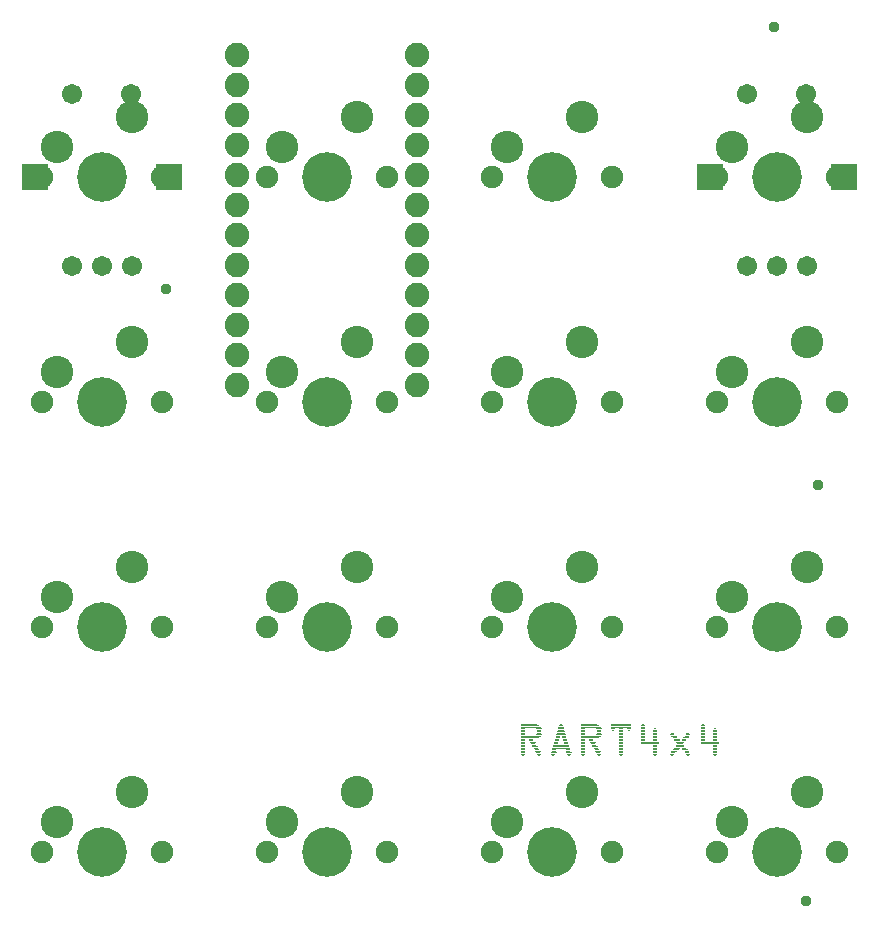
<source format=gbr>
G04 EAGLE Gerber RS-274X export*
G75*
%MOMM*%
%FSLAX34Y34*%
%LPD*%
%INSoldermask Top*%
%IPPOS*%
%AMOC8*
5,1,8,0,0,1.08239X$1,22.5*%
G01*
%ADD10R,0.167637X0.084581*%
%ADD11R,0.170181X0.084581*%
%ADD12R,0.340363X0.084581*%
%ADD13R,0.337819X0.084581*%
%ADD14R,0.340363X0.084838*%
%ADD15R,0.337819X0.084838*%
%ADD16R,0.424181X0.084838*%
%ADD17R,0.424181X0.084581*%
%ADD18R,0.421637X0.084581*%
%ADD19R,0.421637X0.084838*%
%ADD20R,1.524000X0.084581*%
%ADD21R,1.353819X0.084838*%
%ADD22R,0.845819X0.084838*%
%ADD23R,1.353819X0.084581*%
%ADD24R,0.678181X0.084581*%
%ADD25R,1.440181X0.084838*%
%ADD26R,0.508000X0.084838*%
%ADD27R,0.508000X0.084581*%
%ADD28R,1.356363X0.084838*%
%ADD29R,1.610363X0.084581*%
%ADD30R,1.610363X0.084838*%
%ADD31R,0.845819X0.084581*%
%ADD32R,0.254000X0.084581*%
%ADD33R,0.678181X0.084838*%
%ADD34R,1.694181X0.084581*%
%ADD35R,1.694181X0.084838*%
%ADD36R,1.356363X0.084581*%
%ADD37C,2.082800*%
%ADD38C,4.203200*%
%ADD39C,1.903200*%
%ADD40C,2.743200*%
%ADD41C,1.711200*%
%ADD42R,2.303200X2.303200*%
%ADD43C,0.959600*%


D10*
X547315Y271753D03*
D11*
X560866Y271753D03*
D10*
X572715Y271753D03*
D11*
X586266Y271753D03*
D10*
X598115Y271753D03*
D11*
X611666Y271753D03*
X630285Y271753D03*
D10*
X659075Y271753D03*
D11*
X673465Y271753D03*
D10*
X687015Y271753D03*
X709875Y271753D03*
D12*
X547315Y272599D03*
D13*
X560866Y272599D03*
D12*
X572715Y272599D03*
D13*
X586266Y272599D03*
D12*
X598115Y272599D03*
D13*
X611666Y272599D03*
X630285Y272599D03*
D12*
X659075Y272599D03*
D13*
X673465Y272599D03*
D12*
X687015Y272599D03*
X709875Y272599D03*
D14*
X547315Y273446D03*
D15*
X560866Y273446D03*
D14*
X572715Y273446D03*
D15*
X586266Y273446D03*
D14*
X598115Y273446D03*
D15*
X611666Y273446D03*
X630285Y273446D03*
D14*
X659075Y273446D03*
D16*
X673896Y273446D03*
X686596Y273446D03*
D14*
X709875Y273446D03*
D12*
X547315Y274293D03*
X560015Y274293D03*
D17*
X573135Y274293D03*
X585835Y274293D03*
D12*
X598115Y274293D03*
X610815Y274293D03*
D13*
X630285Y274293D03*
D12*
X659075Y274293D03*
X674315Y274293D03*
D13*
X686165Y274293D03*
D12*
X709875Y274293D03*
X547315Y275139D03*
D17*
X559596Y275139D03*
D13*
X573566Y275139D03*
D12*
X585415Y275139D03*
X598115Y275139D03*
D17*
X610396Y275139D03*
D13*
X630285Y275139D03*
D12*
X659075Y275139D03*
D17*
X674735Y275139D03*
D18*
X685745Y275139D03*
D12*
X709875Y275139D03*
D14*
X547315Y275986D03*
D15*
X559165Y275986D03*
X573566Y275986D03*
D14*
X585415Y275986D03*
X598115Y275986D03*
D15*
X609965Y275986D03*
X630285Y275986D03*
D14*
X659075Y275986D03*
D19*
X675585Y275986D03*
D16*
X684895Y275986D03*
D14*
X709875Y275986D03*
D12*
X547315Y276833D03*
D18*
X558745Y276833D03*
D13*
X573566Y276833D03*
D12*
X585415Y276833D03*
X598115Y276833D03*
D18*
X609545Y276833D03*
D13*
X630285Y276833D03*
D12*
X659075Y276833D03*
D17*
X676436Y276833D03*
X684056Y276833D03*
D12*
X709875Y276833D03*
X547315Y277679D03*
D13*
X558326Y277679D03*
D20*
X579497Y277679D03*
D12*
X598115Y277679D03*
D13*
X609126Y277679D03*
X630285Y277679D03*
D12*
X659075Y277679D03*
D17*
X677275Y277679D03*
D18*
X683205Y277679D03*
D12*
X709875Y277679D03*
D14*
X547315Y278526D03*
D16*
X557895Y278526D03*
D21*
X579485Y278526D03*
D14*
X598115Y278526D03*
D16*
X608695Y278526D03*
D15*
X630285Y278526D03*
D14*
X659075Y278526D03*
D22*
X680246Y278526D03*
D14*
X709875Y278526D03*
D12*
X547315Y279373D03*
D17*
X557056Y279373D03*
D23*
X579485Y279373D03*
D12*
X598115Y279373D03*
D17*
X607856Y279373D03*
D13*
X630285Y279373D03*
D12*
X659075Y279373D03*
D24*
X680246Y279373D03*
D12*
X709875Y279373D03*
X547315Y280219D03*
D13*
X556625Y280219D03*
D23*
X579485Y280219D03*
D12*
X598115Y280219D03*
D13*
X607425Y280219D03*
X630285Y280219D03*
D12*
X659075Y280219D03*
D24*
X680246Y280219D03*
D12*
X709875Y280219D03*
D14*
X547315Y281066D03*
D19*
X556205Y281066D03*
D14*
X575255Y281066D03*
D15*
X583726Y281066D03*
D14*
X598115Y281066D03*
D19*
X607005Y281066D03*
D15*
X630285Y281066D03*
D25*
X654415Y281066D03*
D26*
X680234Y281066D03*
D25*
X705215Y281066D03*
D12*
X547315Y281913D03*
D13*
X555786Y281913D03*
D12*
X575255Y281913D03*
D13*
X583726Y281913D03*
D12*
X598115Y281913D03*
D13*
X606586Y281913D03*
X630285Y281913D03*
D20*
X654834Y281913D03*
D27*
X680234Y281913D03*
D20*
X705634Y281913D03*
D12*
X547315Y282759D03*
D17*
X555355Y282759D03*
D12*
X575255Y282759D03*
D13*
X583726Y282759D03*
D12*
X598115Y282759D03*
D17*
X606155Y282759D03*
D13*
X630285Y282759D03*
D20*
X654834Y282759D03*
D24*
X680246Y282759D03*
D20*
X705634Y282759D03*
D14*
X547315Y283606D03*
D16*
X554516Y283606D03*
X575675Y283606D03*
X583295Y283606D03*
D14*
X598115Y283606D03*
D16*
X605316Y283606D03*
D15*
X630285Y283606D03*
D25*
X654415Y283606D03*
D22*
X680246Y283606D03*
D25*
X705215Y283606D03*
D12*
X547315Y284453D03*
D13*
X554085Y284453D03*
X576106Y284453D03*
D12*
X582875Y284453D03*
X598115Y284453D03*
D13*
X604885Y284453D03*
X630285Y284453D03*
D12*
X648915Y284453D03*
X659075Y284453D03*
D17*
X677275Y284453D03*
D18*
X683205Y284453D03*
D12*
X699715Y284453D03*
X709875Y284453D03*
X547315Y285299D03*
D18*
X553665Y285299D03*
D13*
X576106Y285299D03*
D12*
X582875Y285299D03*
X598115Y285299D03*
D18*
X604465Y285299D03*
D13*
X630285Y285299D03*
D12*
X648915Y285299D03*
X659075Y285299D03*
D17*
X677275Y285299D03*
D18*
X683205Y285299D03*
D12*
X699715Y285299D03*
X709875Y285299D03*
D28*
X552395Y286146D03*
D15*
X576106Y286146D03*
D14*
X582875Y286146D03*
D28*
X603195Y286146D03*
D15*
X630285Y286146D03*
D14*
X648915Y286146D03*
X659075Y286146D03*
D16*
X676436Y286146D03*
X684056Y286146D03*
D14*
X699715Y286146D03*
X709875Y286146D03*
D20*
X553234Y286993D03*
D13*
X576945Y286993D03*
X582025Y286993D03*
D20*
X604034Y286993D03*
D13*
X630285Y286993D03*
D12*
X648915Y286993D03*
X659075Y286993D03*
D18*
X675585Y286993D03*
D17*
X684895Y286993D03*
D12*
X699715Y286993D03*
X709875Y286993D03*
D29*
X553665Y287839D03*
D13*
X576945Y287839D03*
X582025Y287839D03*
D29*
X604465Y287839D03*
D13*
X630285Y287839D03*
D12*
X648915Y287839D03*
X659075Y287839D03*
D17*
X674735Y287839D03*
D18*
X685745Y287839D03*
D12*
X699715Y287839D03*
X709875Y287839D03*
D30*
X553665Y288686D03*
D15*
X576945Y288686D03*
X582025Y288686D03*
D30*
X604465Y288686D03*
D15*
X630285Y288686D03*
D14*
X648915Y288686D03*
X659075Y288686D03*
D16*
X673896Y288686D03*
X686596Y288686D03*
D14*
X699715Y288686D03*
X709875Y288686D03*
D12*
X547315Y289533D03*
D17*
X560435Y289533D03*
D31*
X579485Y289533D03*
D12*
X598115Y289533D03*
D17*
X611235Y289533D03*
D13*
X630285Y289533D03*
D12*
X648915Y289533D03*
X659075Y289533D03*
D13*
X673465Y289533D03*
D12*
X687015Y289533D03*
X699715Y289533D03*
X709875Y289533D03*
X547315Y290379D03*
D13*
X560866Y290379D03*
D24*
X579485Y290379D03*
D12*
X598115Y290379D03*
D13*
X611666Y290379D03*
X630285Y290379D03*
D12*
X648915Y290379D03*
X659075Y290379D03*
D32*
X673884Y290379D03*
X686584Y290379D03*
D12*
X699715Y290379D03*
X709875Y290379D03*
D14*
X547315Y291226D03*
D15*
X560866Y291226D03*
D33*
X579485Y291226D03*
D14*
X598115Y291226D03*
D15*
X611666Y291226D03*
X630285Y291226D03*
D14*
X648915Y291226D03*
X659075Y291226D03*
X699715Y291226D03*
X709875Y291226D03*
D12*
X547315Y292073D03*
D13*
X560866Y292073D03*
D24*
X579485Y292073D03*
D12*
X598115Y292073D03*
D13*
X611666Y292073D03*
X630285Y292073D03*
D12*
X648915Y292073D03*
X659075Y292073D03*
X699715Y292073D03*
X709875Y292073D03*
X547315Y292919D03*
D13*
X560866Y292919D03*
D27*
X579497Y292919D03*
D12*
X598115Y292919D03*
D13*
X611666Y292919D03*
D10*
X623515Y292919D03*
D13*
X630285Y292919D03*
D11*
X637066Y292919D03*
D12*
X648915Y292919D03*
X659075Y292919D03*
X699715Y292919D03*
X709875Y292919D03*
D14*
X547315Y293766D03*
D15*
X560866Y293766D03*
D26*
X579497Y293766D03*
D14*
X598115Y293766D03*
D15*
X611666Y293766D03*
D14*
X623515Y293766D03*
D15*
X630285Y293766D03*
X637066Y293766D03*
D14*
X648915Y293766D03*
X659075Y293766D03*
X699715Y293766D03*
X709875Y293766D03*
D12*
X547315Y294613D03*
D17*
X560435Y294613D03*
D27*
X579497Y294613D03*
D12*
X598115Y294613D03*
D17*
X611235Y294613D03*
D12*
X623515Y294613D03*
D13*
X630285Y294613D03*
X637066Y294613D03*
D12*
X648915Y294613D03*
D10*
X659075Y294613D03*
D12*
X699715Y294613D03*
D10*
X709875Y294613D03*
D29*
X553665Y295459D03*
D27*
X579497Y295459D03*
D29*
X604465Y295459D03*
D34*
X630285Y295459D03*
D12*
X648915Y295459D03*
X699715Y295459D03*
D30*
X553665Y296306D03*
D15*
X579485Y296306D03*
D30*
X604465Y296306D03*
D35*
X630285Y296306D03*
D14*
X648915Y296306D03*
X699715Y296306D03*
D20*
X553234Y297153D03*
D13*
X579485Y297153D03*
D20*
X604034Y297153D03*
D34*
X630285Y297153D03*
D12*
X648915Y297153D03*
X699715Y297153D03*
D36*
X552395Y297999D03*
D11*
X579485Y297999D03*
D36*
X603195Y297999D03*
D34*
X630285Y297999D03*
D10*
X648915Y297999D03*
X699715Y297999D03*
D37*
X457200Y865188D03*
X457200Y839788D03*
X457200Y814388D03*
X457200Y788988D03*
X457200Y763588D03*
X457200Y738188D03*
X457200Y712788D03*
X457200Y687388D03*
X457200Y661988D03*
X457200Y636588D03*
X457200Y611188D03*
X457200Y585788D03*
X304800Y585788D03*
X304800Y611188D03*
X304800Y636588D03*
X304800Y661988D03*
X304800Y687388D03*
X304800Y712788D03*
X304800Y738188D03*
X304800Y763588D03*
X304800Y788988D03*
X304800Y814388D03*
X304800Y839788D03*
X304800Y865188D03*
D38*
X190500Y762000D03*
D39*
X139700Y762000D03*
X241300Y762000D03*
D40*
X152400Y787400D03*
X215900Y812800D03*
D38*
X190500Y571500D03*
D39*
X139700Y571500D03*
X241300Y571500D03*
D40*
X152400Y596900D03*
X215900Y622300D03*
D38*
X190500Y381000D03*
D39*
X139700Y381000D03*
X241300Y381000D03*
D40*
X152400Y406400D03*
X215900Y431800D03*
D38*
X190500Y190500D03*
D39*
X139700Y190500D03*
X241300Y190500D03*
D40*
X152400Y215900D03*
X215900Y241300D03*
D38*
X381000Y762000D03*
D39*
X330200Y762000D03*
X431800Y762000D03*
D40*
X342900Y787400D03*
X406400Y812800D03*
D38*
X381000Y571500D03*
D39*
X330200Y571500D03*
X431800Y571500D03*
D40*
X342900Y596900D03*
X406400Y622300D03*
D38*
X381000Y381000D03*
D39*
X330200Y381000D03*
X431800Y381000D03*
D40*
X342900Y406400D03*
X406400Y431800D03*
D38*
X381000Y190500D03*
D39*
X330200Y190500D03*
X431800Y190500D03*
D40*
X342900Y215900D03*
X406400Y241300D03*
D38*
X571500Y762000D03*
D39*
X520700Y762000D03*
X622300Y762000D03*
D40*
X533400Y787400D03*
X596900Y812800D03*
D38*
X571500Y571500D03*
D39*
X520700Y571500D03*
X622300Y571500D03*
D40*
X533400Y596900D03*
X596900Y622300D03*
D38*
X571500Y381000D03*
D39*
X520700Y381000D03*
X622300Y381000D03*
D40*
X533400Y406400D03*
X596900Y431800D03*
D38*
X571500Y190500D03*
D39*
X520700Y190500D03*
X622300Y190500D03*
D40*
X533400Y215900D03*
X596900Y241300D03*
D38*
X762000Y762000D03*
D39*
X711200Y762000D03*
X812800Y762000D03*
D40*
X723900Y787400D03*
X787400Y812800D03*
D38*
X762000Y571500D03*
D39*
X711200Y571500D03*
X812800Y571500D03*
D40*
X723900Y596900D03*
X787400Y622300D03*
D38*
X762000Y381000D03*
D39*
X711200Y381000D03*
X812800Y381000D03*
D40*
X723900Y406400D03*
X787400Y431800D03*
D38*
X762000Y190500D03*
D39*
X711200Y190500D03*
X812800Y190500D03*
D40*
X723900Y215900D03*
X787400Y241300D03*
D41*
X190500Y687000D03*
X165500Y687000D03*
X216000Y687000D03*
X165500Y832000D03*
X215500Y832000D03*
D42*
X133500Y762000D03*
X247500Y762000D03*
D41*
X762000Y687000D03*
X737000Y687000D03*
X787500Y687000D03*
X737000Y832000D03*
X787000Y832000D03*
D42*
X705000Y762000D03*
X819000Y762000D03*
D43*
X787000Y149000D03*
X797000Y501000D03*
X245000Y667576D03*
X760000Y889000D03*
M02*

</source>
